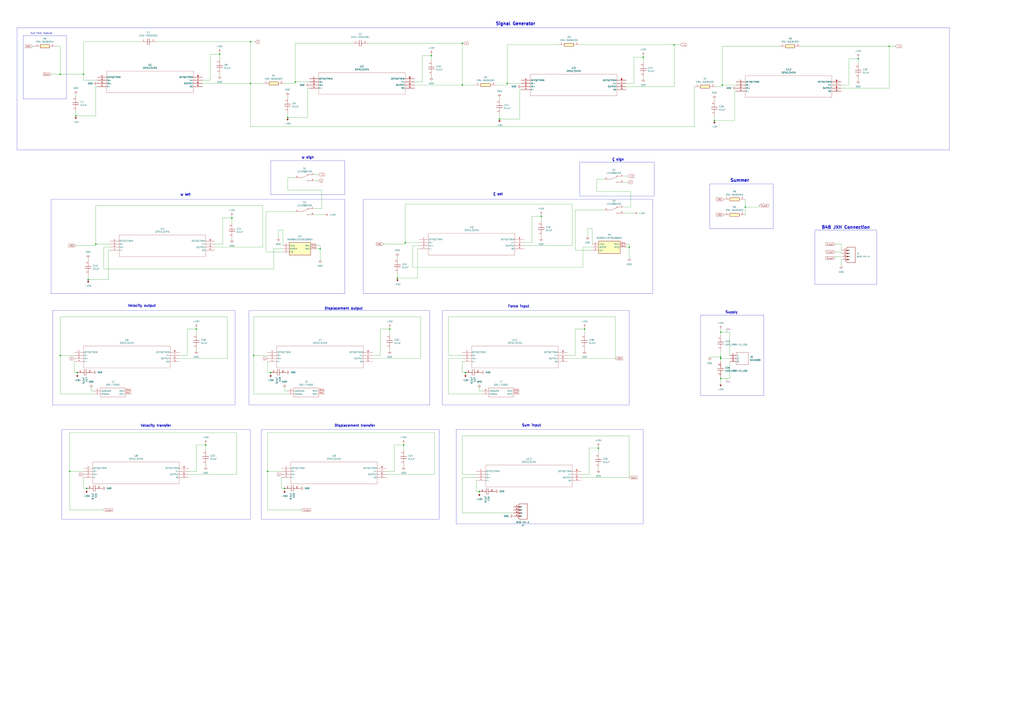
<source format=kicad_sch>
(kicad_sch (version 20250114) (generator "eeschema") (generator_version "9.0")
  (paper "A1")
  (title_block (title "Primary Oscillation Engine") (rev "3"))
  (rectangle (start 298.45 163.83) (end 535.94 241.3))
  (rectangle (start 19.05 29.21) (end 54.61 81.28))
  (rectangle (start 43.18 255.27) (end 193.04 332.74))
  (rectangle (start 582.93 151.13) (end 635 187.96))
  (rectangle (start 374.65 353.06) (end 528.32 430.53))
  (rectangle (start 476.25 133.35) (end 537.21 161.29))
  (rectangle (start 204.47 255.27) (end 353.06 332.74))
  (rectangle (start 669.29 189.23) (end 720.09 233.68))
  (rectangle (start 50.8 353.06) (end 205.74 426.72))
  (rectangle (start 13.97 22.86) (end 779.78 123.19))
  (rectangle (start 214.63 353.06) (end 360.68 426.72))
  (rectangle (start 41.91 163.83) (end 283.21 241.3))
  (rectangle (start 222.25 132.08) (end 283.21 160.02))
  (rectangle (start 575.31 259.08) (end 627.38 325.12))
  (rectangle (start 363.22 255.27) (end 516.89 332.74))
  (text "ω sign" (at 247.65 130.556 0) (effects (font (size 2 2) (thickness 0.4) (bold yes)) (justify left bottom)))
  (text "Supply" (at 595.63 257.81 0) (effects (font (size 2 2) (thickness 0.4) (bold yes)) (justify left bottom)))
  (text "ζ sign\n" (at 502.666 132.334 0) (effects (font (size 2 2) (thickness 0.4) (bold yes)) (justify left bottom)))
  (text "Sum input" (at 428.498 350.774 0) (effects (font (size 2 2) (thickness 0.4) (bold yes)) (justify left bottom)))
  (text "Sum from modular" (at 34.036 27.432 0) (effects (font (size 1.27 1.27))))
  (text "Signal Generator\n" (at 423.418 19.558 0) (effects (font (size 2.54 2.54) (thickness 0.508) (bold yes))))
  (text "Velocity output" (at 104.902 252.476 0) (effects (font (size 2 2) (thickness 0.4) (bold yes)) (justify left bottom)))
  (text "Force input" (at 417.068 252.984 0) (effects (font (size 2 2) (thickness 0.4) (bold yes)) (justify left bottom)))
  (text "ω set" (at 148.082 161.036 0) (effects (font (size 2 2) (thickness 0.4) (bold yes)) (justify left bottom)))
  (text "Summer\n" (at 607.568 148.336 0) (effects (font (size 2.54 2.54) (thickness 0.508) (bold yes))))
  (text "Velocity transfer\n" (at 115.316 351.028 0) (effects (font (size 2 2) (thickness 0.4) (bold yes)) (justify left bottom)))
  (text "Displacement output" (at 266.446 254.762 0) (effects (font (size 2 2) (thickness 0.4) (bold yes)) (justify left bottom)))
  (text "ζ set" (at 404.876 160.782 0) (effects (font (size 2 2) (thickness 0.4) (bold yes)) (justify left bottom)))
  (text "Displacement transfer\n" (at 274.574 351.028 0) (effects (font (size 2 2) (thickness 0.4) (bold yes)) (justify left bottom)))
  (text "B4B JXH Connection" (at 694.69 186.944 0) (effects (font (size 2.54 2.54) (thickness 0.508) (bold yes))))
  (junction (at 379.73 35.56))
  (junction (at 219.71 387.35))
  (junction (at 320.04 270.51))
  (junction (at 382.27 306.07))
  (junction (at 416.56 68.58))
  (junction (at 72.39 229.87))
  (junction (at 491.49 368.3))
  (junction (at 63.5 306.07))
  (junction (at 168.91 365.76))
  (junction (at 444.5 177.8))
  (junction (at 68.58 60.96))
  (junction (at 586.74 99.06))
  (junction (at 205.74 68.58))
  (junction (at 354.33 45.72))
  (junction (at 190.5 179.07))
  (junction (at 730.25 38.1))
  (junction (at 612.14 170.18))
  (junction (at 480.06 270.51))
  (junction (at 591.82 273.05))
  (junction (at 331.47 365.76))
  (junction (at 704.85 48.26))
  (junction (at 393.7 403.86))
  (junction (at 236.22 96.52))
  (junction (at 593.09 69.85))
  (junction (at 410.21 97.79))
  (junction (at 222.25 306.07))
  (junction (at 591.82 294.64))
  (junction (at 242.57 67.31))
  (junction (at 208.28 292.1))
  (junction (at 326.39 228.6))
  (junction (at 49.53 292.1))
  (junction (at 553.72 36.83))
  (junction (at 516.89 203.2))
  (junction (at 205.74 34.29))
  (junction (at 62.23 95.25))
  (junction (at 180.34 44.45))
  (junction (at 49.53 60.96))
  (junction (at 233.68 401.32))
  (junction (at 528.32 46.99))
  (junction (at 78.74 200.66))
  (junction (at 591.82 293.37))
  (junction (at 57.15 387.35))
  (junction (at 379.73 69.85))
  (junction (at 71.12 401.32))
  (junction (at 161.29 270.51))
  (junction (at 332.74 199.39))
  (junction (at 591.82 311.15))
  (junction (at 262.89 204.47))
  (wire (pts (xy 68.58 392.43) (xy 68.58 401.32)))
  (wire (pts (xy 312.42 292.1) (xy 312.42 270.51)))
  (wire (pts (xy 591.82 309.88) (xy 591.82 311.15)))
  (wire (pts (xy 222.25 306.07) (xy 222.25 307.34)))
  (wire (pts (xy 593.09 71.12) (xy 593.09 69.85)))
  (wire (pts (xy 593.09 38.1) (xy 593.09 69.85)))
  (wire (pts (xy 379.73 389.89) (xy 391.16 389.89)))
  (wire (pts (xy 182.88 179.07) (xy 190.5 179.07)))
  (wire (pts (xy 472.44 270.51) (xy 480.06 270.51)))
  (wire (pts (xy 514.35 203.2) (xy 516.89 203.2)))
  (wire (pts (xy 603.25 74.93) (xy 604.52 74.93)))
  (wire (pts (xy 161.29 269.24) (xy 161.29 270.51)))
  (wire (pts (xy 436.88 199.39) (xy 436.88 177.8)))
  (wire (pts (xy 591.82 288.29) (xy 591.82 293.37)))
  (wire (pts (xy 78.74 201.93) (xy 78.74 200.66)))
  (wire (pts (xy 391.16 394.97) (xy 391.16 403.86)))
  (wire (pts (xy 490.22 157.48) (xy 490.22 147.32)))
  (wire (pts (xy 490.22 147.32) (xy 496.57 147.32)))
  (wire (pts (xy 599.44 297.18) (xy 599.44 311.15)))
  (wire (pts (xy 514.35 200.66) (xy 516.89 200.66)))
  (wire (pts (xy 218.44 173.99) (xy 242.57 173.99)))
  (wire (pts (xy 528.32 63.5) (xy 528.32 64.77)))
  (wire (pts (xy 331.47 382.27) (xy 331.47 383.54)))
  (wire (pts (xy 153.67 292.1) (xy 153.67 270.51)))
  (wire (pts (xy 190.5 179.07) (xy 190.5 182.88)))
  (wire (pts (xy 393.7 321.31) (xy 396.24 321.31)))
  (wire (pts (xy 346.71 67.31) (xy 340.36 67.31)))
  (wire (pts (xy 62.23 95.25) (xy 78.74 95.25)))
  (wire (pts (xy 491.49 384.81) (xy 491.49 386.08)))
  (wire (pts (xy 379.73 392.43) (xy 391.16 392.43)))
  (wire (pts (xy 354.33 44.45) (xy 354.33 45.72)))
  (wire (pts (xy 426.72 73.66) (xy 427.99 73.66)))
  (wire (pts (xy 264.16 156.21) (xy 236.22 156.21)))
  (wire (pts (xy 553.72 36.83) (xy 558.8 36.83)))
  (wire (pts (xy 168.91 364.49) (xy 168.91 365.76)))
  (wire (pts (xy 78.74 168.91) (xy 78.74 200.66)))
  (wire (pts (xy 586.74 95.25) (xy 586.74 99.06)))
  (wire (pts (xy 68.58 60.96) (xy 68.58 66.04)))
  (wire (pts (xy 161.29 387.35) (xy 161.29 365.76)))
  (wire (pts (xy 49.53 60.96) (xy 68.58 60.96)))
  (wire (pts (xy 190.5 195.58) (xy 190.5 196.85)))
  (wire (pts (xy 379.73 358.14) (xy 379.73 389.89)))
  (wire (pts (xy 393.7 318.77) (xy 393.7 321.31)))
  (wire (pts (xy 416.56 68.58) (xy 427.99 68.58)))
  (wire (pts (xy 182.88 200.66) (xy 182.88 179.07)))
  (wire (pts (xy 49.53 260.35) (xy 186.69 260.35)))
  (wire (pts (xy 312.42 292.1) (xy 306.07 292.1)))
  (wire (pts (xy 257.81 143.51) (xy 261.62 143.51)))
  (wire (pts (xy 368.3 323.85) (xy 396.24 323.85)))
  (wire (pts (xy 172.72 66.04) (xy 166.37 66.04)))
  (wire (pts (xy 236.22 156.21) (xy 236.22 146.05)))
  (wire (pts (xy 480.06 270.51) (xy 480.06 274.32)))
  (wire (pts (xy 339.09 201.93) (xy 344.17 201.93)))
  (wire (pts (xy 88.9 205.74) (xy 88.9 229.87)))
  (wire (pts (xy 368.3 260.35) (xy 505.46 260.35)))
  (wire (pts (xy 49.53 323.85) (xy 77.47 323.85)))
  (wire (pts (xy 528.32 46.99) (xy 528.32 50.8)))
  (wire (pts (xy 511.81 144.78) (xy 515.62 144.78)))
  (wire (pts (xy 472.44 292.1) (xy 472.44 270.51)))
  (wire (pts (xy 205.74 68.58) (xy 166.37 68.58)))
  (wire (pts (xy 730.25 72.39) (xy 690.88 72.39)))
  (wire (pts (xy 215.9 168.91) (xy 215.9 203.2)))
  (wire (pts (xy 346.71 45.72) (xy 354.33 45.72)))
  (wire (pts (xy 356.87 389.89) (xy 317.5 389.89)))
  (wire (pts (xy 603.25 74.93) (xy 603.25 99.06)))
  (wire (pts (xy 208.28 292.1) (xy 208.28 323.85)))
  (wire (pts (xy 505.46 260.35) (xy 505.46 294.64)))
  (wire (pts (xy 236.22 92.71) (xy 236.22 96.52)))
  (wire (pts (xy 78.74 200.66) (xy 90.17 200.66)))
  (wire (pts (xy 516.89 200.66) (xy 516.89 203.2)))
  (wire (pts (xy 72.39 226.06) (xy 72.39 229.87)))
  (wire (pts (xy 612.14 170.18) (xy 623.57 170.18)))
  (wire (pts (xy 49.53 260.35) (xy 49.53 292.1)))
  (wire (pts (xy 407.67 69.85) (xy 416.56 69.85)))
  (wire (pts (xy 194.31 389.89) (xy 154.94 389.89)))
  (wire (pts (xy 511.81 149.86) (xy 515.62 149.86)))
  (wire (pts (xy 486.41 205.74) (xy 472.44 205.74)))
  (wire (pts (xy 219.71 355.6) (xy 356.87 355.6)))
  (wire (pts (xy 393.7 403.86) (xy 393.7 405.13)))
  (wire (pts (xy 78.74 71.12) (xy 78.74 95.25)))
  (wire (pts (xy 591.82 311.15) (xy 591.82 314.96)))
  (wire (pts (xy 593.09 69.85) (xy 604.52 69.85)))
  (wire (pts (xy 323.85 365.76) (xy 331.47 365.76)))
  (wire (pts (xy 88.9 205.74) (xy 90.17 205.74)))
  (wire (pts (xy 379.73 35.56) (xy 379.73 69.85)))
  (wire (pts (xy 219.71 387.35) (xy 231.14 387.35)))
  (wire (pts (xy 623.57 168.91) (xy 623.57 170.18)))
  (wire (pts (xy 314.96 200.66) (xy 332.74 200.66)))
  (wire (pts (xy 657.86 38.1) (xy 730.25 38.1)))
  (wire (pts (xy 444.5 194.31) (xy 444.5 195.58)))
  (wire (pts (xy 153.67 292.1) (xy 147.32 292.1)))
  (wire (pts (xy 342.9 204.47) (xy 342.9 228.6)))
  (wire (pts (xy 354.33 62.23) (xy 354.33 63.5)))
  (wire (pts (xy 345.44 294.64) (xy 306.07 294.64)))
  (wire (pts (xy 612.14 170.18) (xy 612.14 176.53)))
  (wire (pts (xy 410.21 80.01) (xy 410.21 81.28)))
  (wire (pts (xy 219.71 387.35) (xy 219.71 419.1)))
  (wire (pts (xy 368.3 323.85) (xy 368.3 294.64)))
  (wire (pts (xy 588.01 71.12) (xy 593.09 71.12)))
  (wire (pts (xy 331.47 364.49) (xy 331.47 365.76)))
  (wire (pts (xy 520.7 68.58) (xy 520.7 46.99)))
  (wire (pts (xy 68.58 60.96) (xy 68.58 34.29)))
  (wire (pts (xy 242.57 35.56) (xy 289.56 35.56)))
  (wire (pts (xy 161.29 387.35) (xy 154.94 387.35)))
  (wire (pts (xy 483.87 368.3) (xy 491.49 368.3)))
  (wire (pts (xy 518.16 157.48) (xy 518.16 170.18)))
  (wire (pts (xy 262.89 204.47) (xy 262.89 213.36)))
  (wire (pts (xy 224.79 204.47) (xy 232.41 204.47)))
  (wire (pts (xy 224.79 204.47) (xy 224.79 220.98)))
  (wire (pts (xy 582.93 293.37) (xy 591.82 293.37)))
  (wire (pts (xy 208.28 260.35) (xy 208.28 292.1)))
  (wire (pts (xy 331.47 365.76) (xy 331.47 369.57)))
  (wire (pts (xy 168.91 382.27) (xy 168.91 383.54)))
  (wire (pts (xy 62.23 91.44) (xy 62.23 95.25)))
  (wire (pts (xy 208.28 260.35) (xy 345.44 260.35)))
  (wire (pts (xy 326.39 228.6) (xy 342.9 228.6)))
  (wire (pts (xy 436.88 177.8) (xy 444.5 177.8)))
  (wire (pts (xy 393.7 403.86) (xy 391.16 403.86)))
  (wire (pts (xy 264.16 171.45) (xy 264.16 156.21)))
  (wire (pts (xy 219.71 355.6) (xy 219.71 387.35)))
  (wire (pts (xy 354.33 45.72) (xy 354.33 49.53)))
  (wire (pts (xy 505.46 294.64) (xy 466.09 294.64)))
  (wire (pts (xy 483.87 389.89) (xy 483.87 368.3)))
  (wire (pts (xy 57.15 387.35) (xy 57.15 419.1)))
  (wire (pts (xy 78.74 71.12) (xy 80.01 71.12)))
  (wire (pts (xy 410.21 93.98) (xy 410.21 97.79)))
  (wire (pts (xy 153.67 270.51) (xy 161.29 270.51)))
  (wire (pts (xy 416.56 36.83) (xy 416.56 68.58)))
  (wire (pts (xy 570.23 71.12) (xy 570.23 104.14)))
  (wire (pts (xy 190.5 177.8) (xy 190.5 179.07)))
  (wire (pts (xy 233.68 401.32) (xy 231.14 401.32)))
  (wire (pts (xy 416.56 36.83) (xy 458.47 36.83)))
  (wire (pts (xy 215.9 203.2) (xy 176.53 203.2)))
  (wire (pts (xy 480.06 287.02) (xy 480.06 288.29)))
  (wire (pts (xy 260.35 201.93) (xy 262.89 201.93)))
  (wire (pts (xy 382.27 306.07) (xy 382.27 307.34)))
  (wire (pts (xy 690.88 207.01) (xy 690.88 208.28)))
  (wire (pts (xy 511.81 175.26) (xy 520.7 175.26)))
  (wire (pts (xy 586.74 81.28) (xy 586.74 82.55)))
  (wire (pts (xy 57.15 387.35) (xy 68.58 387.35)))
  (wire (pts (xy 233.68 321.31) (xy 236.22 321.31)))
  (wire (pts (xy 205.74 104.14) (xy 570.23 104.14)))
  (wire (pts (xy 49.53 38.1) (xy 49.53 60.96)))
  (wire (pts (xy 368.3 292.1) (xy 379.73 292.1)))
  (wire (pts (xy 685.8 210.82) (xy 690.88 210.82)))
  (wire (pts (xy 553.72 71.12) (xy 514.35 71.12)))
  (wire (pts (xy 704.85 64.77) (xy 704.85 66.04)))
  (wire (pts (xy 63.5 306.07) (xy 60.96 306.07)))
  (wire (pts (xy 242.57 67.31) (xy 254 67.31)))
  (wire (pts (xy 57.15 355.6) (xy 57.15 387.35)))
  (wire (pts (xy 730.25 38.1) (xy 730.25 72.39)))
  (wire (pts (xy 469.9 201.93) (xy 430.53 201.93)))
  (wire (pts (xy 444.5 177.8) (xy 444.5 181.61)))
  (wire (pts (xy 326.39 210.82) (xy 326.39 212.09)))
  (wire (pts (xy 444.5 176.53) (xy 444.5 177.8)))
  (wire (pts (xy 85.09 220.98) (xy 85.09 203.2)))
  (wire (pts (xy 480.06 269.24) (xy 480.06 270.51)))
  (wire (pts (xy 186.69 294.64) (xy 147.32 294.64)))
  (wire (pts (xy 222.25 306.07) (xy 219.71 306.07)))
  (wire (pts (xy 599.44 292.1) (xy 599.44 273.05)))
  (wire (pts (xy 332.74 167.64) (xy 332.74 199.39)))
  (wire (pts (xy 516.89 358.14) (xy 516.89 392.43)))
  (wire (pts (xy 690.88 200.66) (xy 690.88 205.74)))
  (wire (pts (xy 208.28 323.85) (xy 236.22 323.85)))
  (wire (pts (xy 257.81 176.53) (xy 266.7 176.53)))
  (wire (pts (xy 71.12 401.32) (xy 68.58 401.32)))
  (wire (pts (xy 690.88 218.44) (xy 690.88 213.36)))
  (wire (pts (xy 511.81 170.18) (xy 518.16 170.18)))
  (wire (pts (xy 71.12 401.32) (xy 71.12 402.59)))
  (wire (pts (xy 161.29 270.51) (xy 161.29 274.32)))
  (wire (pts (xy 478.79 219.71) (xy 339.09 219.71)))
  (wire (pts (xy 476.25 36.83) (xy 553.72 36.83)))
  (wire (pts (xy 591.82 273.05) (xy 591.82 275.59)))
  (wire (pts (xy 231.14 392.43) (xy 231.14 401.32)))
  (wire (pts (xy 128.27 34.29) (xy 205.74 34.29)))
  (wire (pts (xy 219.71 297.18) (xy 219.71 306.07)))
  (wire (pts (xy 491.49 367.03) (xy 491.49 368.3)))
  (wire (pts (xy 426.72 73.66) (xy 426.72 97.79)))
  (wire (pts (xy 320.04 270.51) (xy 320.04 274.32)))
  (wire (pts (xy 180.34 43.18) (xy 180.34 44.45)))
  (wire (pts (xy 232.41 189.23) (xy 232.41 201.93)))
  (wire (pts (xy 236.22 78.74) (xy 236.22 80.01)))
  (wire (pts (xy 186.69 260.35) (xy 186.69 294.64)))
  (wire (pts (xy 45.72 38.1) (xy 49.53 38.1)))
  (wire (pts (xy 697.23 69.85) (xy 697.23 48.26)))
  (wire (pts (xy 49.53 292.1) (xy 49.53 323.85)))
  (wire (pts (xy 68.58 66.04) (xy 80.01 66.04)))
  (wire (pts (xy 332.74 200.66) (xy 332.74 199.39)))
  (wire (pts (xy 27.94 38.1) (xy 26.67 38.1)))
  (wire (pts (xy 72.39 229.87) (xy 88.9 229.87)))
  (wire (pts (xy 180.34 60.96) (xy 180.34 62.23)))
  (wire (pts (xy 553.72 36.83) (xy 553.72 71.12)))
  (wire (pts (xy 685.8 212.09) (xy 685.8 210.82)))
  (wire (pts (xy 483.87 389.89) (xy 477.52 389.89)))
  (wire (pts (xy 74.93 318.77) (xy 74.93 321.31)))
  (wire (pts (xy 704.85 48.26) (xy 704.85 52.07)))
  (wire (pts (xy 62.23 201.93) (xy 78.74 201.93)))
  (wire (pts (xy 528.32 45.72) (xy 528.32 46.99)))
  (wire (pts (xy 161.29 287.02) (xy 161.29 288.29)))
  (wire (pts (xy 262.89 201.93) (xy 262.89 204.47)))
  (wire (pts (xy 356.87 355.6) (xy 356.87 389.89)))
  (wire (pts (xy 312.42 270.51) (xy 320.04 270.51)))
  (wire (pts (xy 697.23 48.26) (xy 704.85 48.26)))
  (wire (pts (xy 518.16 157.48) (xy 490.22 157.48)))
  (wire (pts (xy 63.5 306.07) (xy 63.5 307.34)))
  (wire (pts (xy 320.04 269.24) (xy 320.04 270.51)))
  (wire (pts (xy 242.57 35.56) (xy 242.57 67.31)))
  (wire (pts (xy 339.09 219.71) (xy 339.09 201.93)))
  (wire (pts (xy 320.04 287.02) (xy 320.04 288.29)))
  (wire (pts (xy 72.39 212.09) (xy 72.39 213.36)))
  (wire (pts (xy 323.85 387.35) (xy 323.85 365.76)))
  (wire (pts (xy 233.68 401.32) (xy 233.68 402.59)))
  (wire (pts (xy 520.7 46.99) (xy 528.32 46.99)))
  (wire (pts (xy 252.73 72.39) (xy 254 72.39)))
  (wire (pts (xy 78.74 168.91) (xy 215.9 168.91)))
  (wire (pts (xy 368.3 294.64) (xy 379.73 294.64)))
  (wire (pts (xy 205.74 68.58) (xy 205.74 104.14)))
  (wire (pts (xy 593.09 38.1) (xy 640.08 38.1)))
  (wire (pts (xy 161.29 365.76) (xy 168.91 365.76)))
  (wire (pts (xy 379.73 358.14) (xy 516.89 358.14)))
  (wire (pts (xy 520.7 68.58) (xy 514.35 68.58)))
  (wire (pts (xy 302.26 35.56) (xy 379.73 35.56)))
  (wire (pts (xy 491.49 368.3) (xy 491.49 372.11)))
  (wire (pts (xy 416.56 69.85) (xy 416.56 68.58)))
  (wire (pts (xy 236.22 96.52) (xy 252.73 96.52)))
  (wire (pts (xy 368.3 260.35) (xy 368.3 292.1)))
  (wire (pts (xy 482.6 187.96) (xy 482.6 194.31)))
  (wire (pts (xy 172.72 66.04) (xy 172.72 44.45)))
  (wire (pts (xy 326.39 224.79) (xy 326.39 228.6)))
  (wire (pts (xy 478.79 203.2) (xy 486.41 203.2)))
  (wire (pts (xy 599.44 294.64) (xy 591.82 294.64)))
  (wire (pts (xy 379.73 421.64) (xy 421.64 421.64)))
  (wire (pts (xy 49.53 292.1) (xy 60.96 292.1)))
  (wire (pts (xy 224.79 220.98) (xy 85.09 220.98)))
  (wire (pts (xy 323.85 387.35) (xy 317.5 387.35)))
  (wire (pts (xy 379.73 421.64) (xy 379.73 392.43)))
  (wire (pts (xy 233.68 318.77) (xy 233.68 321.31)))
  (wire (pts (xy 516.89 392.43) (xy 477.52 392.43)))
  (wire (pts (xy 591.82 294.64) (xy 591.82 297.18)))
  (wire (pts (xy 252.73 72.39) (xy 252.73 96.52)))
  (wire (pts (xy 228.6 189.23) (xy 228.6 195.58)))
  (wire (pts (xy 332.74 167.64) (xy 469.9 167.64)))
  (wire (pts (xy 516.89 203.2) (xy 516.89 212.09)))
  (wire (pts (xy 257.81 148.59) (xy 261.62 148.59)))
  (wire (pts (xy 41.91 60.96) (xy 49.53 60.96)))
  (wire (pts (xy 342.9 204.47) (xy 344.17 204.47)))
  (wire (pts (xy 233.68 68.58) (xy 242.57 68.58)))
  (wire (pts (xy 436.88 199.39) (xy 430.53 199.39)))
  (wire (pts (xy 379.73 69.85) (xy 389.89 69.85)))
  (wire (pts (xy 599.44 273.05) (xy 591.82 273.05)))
  (wire (pts (xy 194.31 355.6) (xy 194.31 389.89)))
  (wire (pts (xy 218.44 207.01) (xy 218.44 173.99)))
  (wire (pts (xy 697.23 69.85) (xy 690.88 69.85)))
  (wire (pts (xy 57.15 419.1) (xy 85.09 419.1)))
  (wire (pts (xy 242.57 68.58) (xy 242.57 67.31)))
  (wire (pts (xy 60.96 297.18) (xy 60.96 306.07)))
  (wire (pts (xy 482.6 187.96) (xy 486.41 187.96)))
  (wire (pts (xy 205.74 68.58) (xy 215.9 68.58)))
  (wire (pts (xy 205.74 34.29) (xy 205.74 68.58)))
  (wire (pts (xy 685.8 207.01) (xy 690.88 207.01)))
  (wire (pts (xy 85.09 203.2) (xy 90.17 203.2)))
  (wire (pts (xy 57.15 355.6) (xy 194.31 355.6)))
  (wire (pts (xy 208.28 292.1) (xy 219.71 292.1)))
  (wire (pts (xy 379.73 69.85) (xy 340.36 69.85)))
  (wire (pts (xy 478.79 203.2) (xy 478.79 219.71)))
  (wire (pts (xy 219.71 419.1) (xy 247.65 419.1)))
  (wire (pts (xy 410.21 97.79) (xy 426.72 97.79)))
  (wire (pts (xy 591.82 270.51) (xy 591.82 273.05)))
  (wire (pts (xy 472.44 292.1) (xy 466.09 292.1)))
  (wire (pts (xy 472.44 205.74) (xy 472.44 172.72)))
  (wire (pts (xy 382.27 306.07) (xy 379.73 306.07)))
  (wire (pts (xy 379.73 297.18) (xy 379.73 306.07)))
  (wire (pts (xy 168.91 365.76) (xy 168.91 369.57)))
  (wire (pts (xy 260.35 204.47) (xy 262.89 204.47)))
  (wire (pts (xy 68.58 34.29) (xy 115.57 34.29)))
  (wire (pts (xy 612.14 163.83) (xy 612.14 170.18)))
  (wire (pts (xy 345.44 260.35) (xy 345.44 294.64)))
  (wire (pts (xy 205.74 34.29) (xy 209.55 34.29)))
  (wire (pts (xy 332.74 199.39) (xy 344.17 199.39)))
  (wire (pts (xy 586.74 99.06) (xy 603.25 99.06)))
  (wire (pts (xy 172.72 44.45) (xy 180.34 44.45)))
  (wire (pts (xy 232.41 207.01) (xy 218.44 207.01)))
  (wire (pts (xy 180.34 44.45) (xy 180.34 48.26)))
  (wire (pts (xy 591.82 293.37) (xy 591.82 294.64)))
  (wire (pts (xy 730.25 38.1) (xy 735.33 38.1)))
  (wire (pts (xy 182.88 200.66) (xy 176.53 200.66)))
  (wire (pts (xy 685.8 200.66) (xy 690.88 200.66)))
  (wire (pts (xy 228.6 189.23) (xy 232.41 189.23)))
  (wire (pts (xy 74.93 321.31) (xy 77.47 321.31)))
  (wire (pts (xy 472.44 172.72) (xy 496.57 172.72)))
  (wire (pts (xy 236.22 146.05) (xy 242.57 146.05)))
  (wire (pts (xy 379.73 35.56) (xy 381 35.56)))
  (wire (pts (xy 62.23 77.47) (xy 62.23 78.74)))
  (wire (pts (xy 599.44 311.15) (xy 591.82 311.15)))
  (wire (pts (xy 346.71 67.31) (xy 346.71 45.72)))
  (wire (pts (xy 257.81 171.45) (xy 264.16 171.45)))
  (wire (pts (xy 469.9 167.64) (xy 469.9 201.93)))
  (wire (pts (xy 486.41 187.96) (xy 486.41 200.66)))
  (wire (pts (xy 704.85 46.99) (xy 704.85 48.26)))
  (global_label "V" (shape input) (at 515.62 149.86 0) (property "Intersheetrefs" "${INTERSHEET_REFS}" (effects (hide yes))))
  (global_label "-x" (shape input) (at 558.8 36.83 0) (property "Intersheetrefs" "${INTERSHEET_REFS}" (effects (hide yes))))
  (global_label "V" (shape input) (at 60.96 294.64 180) (property "Intersheetrefs" "${INTERSHEET_REFS}" (effects (hide yes))))
  (global_label "VR4" (shape input) (at 26.67 38.1 180) (property "Intersheetrefs" "${INTERSHEET_REFS}" (effects (hide yes))))
  (global_label "X_out" (shape input) (at 247.65 419.1 0) (property "Intersheetrefs" "${INTERSHEET_REFS}" (effects (hide yes))))
  (global_label "-V" (shape input) (at 735.33 38.1 0) (property "Intersheetrefs" "${INTERSHEET_REFS}" (effects (hide yes))))
  (global_label "x" (shape input) (at 231.14 389.89 180) (property "Intersheetrefs" "${INTERSHEET_REFS}" (effects (hide yes))))
  (global_label "VR2" (shape input) (at 594.36 176.53 180) (property "Intersheetrefs" "${INTERSHEET_REFS}" (effects (hide yes))))
  (global_label "V" (shape input) (at 68.58 389.89 180) (property "Intersheetrefs" "${INTERSHEET_REFS}" (effects (hide yes))))
  (global_label "x" (shape input) (at 381 35.56 0) (property "Intersheetrefs" "${INTERSHEET_REFS}" (effects (hide yes))))
  (global_label "x" (shape input) (at 219.71 294.64 180) (property "Intersheetrefs" "${INTERSHEET_REFS}" (effects (hide yes))))
  (global_label "V_out" (shape input) (at 685.8 207.01 180) (property "Intersheetrefs" "${INTERSHEET_REFS}" (effects (hide yes))))
  (global_label "VR1" (shape input) (at 314.96 200.66 180) (property "Intersheetrefs" "${INTERSHEET_REFS}" (effects (hide yes))))
  (global_label "S_out" (shape input) (at 685.8 212.09 180) (property "Intersheetrefs" "${INTERSHEET_REFS}" (effects (hide yes))))
  (global_label "VR4" (shape input) (at 505.46 294.64 0) (property "Intersheetrefs" "${INTERSHEET_REFS}" (effects (hide yes))))
  (global_label "Sum" (shape input) (at 516.89 392.43 0) (property "Intersheetrefs" "${INTERSHEET_REFS}" (effects (hide yes))))
  (global_label "X_out" (shape input) (at 685.8 200.66 180) (property "Intersheetrefs" "${INTERSHEET_REFS}" (effects (hide yes))))
  (global_label "-x" (shape input) (at 261.62 143.51 0) (property "Intersheetrefs" "${INTERSHEET_REFS}" (effects (hide yes))))
  (global_label "Sum" (shape input) (at 41.91 60.96 180) (property "Intersheetrefs" "${INTERSHEET_REFS}" (effects (hide yes))))
  (global_label "x" (shape input) (at 261.62 148.59 0) (property "Intersheetrefs" "${INTERSHEET_REFS}" (effects (hide yes))))
  (global_label "VR1" (shape input) (at 594.36 163.83 180) (property "Intersheetrefs" "${INTERSHEET_REFS}" (effects (hide yes))))
  (global_label "V_out" (shape input) (at 85.09 419.1 0) (property "Intersheetrefs" "${INTERSHEET_REFS}" (effects (hide yes))))
  (global_label "S_out" (shape input) (at 623.57 168.91 0) (property "Intersheetrefs" "${INTERSHEET_REFS}" (effects (hide yes))))
  (global_label "-V" (shape input) (at 515.62 144.78 0) (property "Intersheetrefs" "${INTERSHEET_REFS}" (effects (hide yes))))
  (global_label "V" (shape input) (at 209.55 34.29 0) (property "Intersheetrefs" "${INTERSHEET_REFS}" (effects (hide yes))))
  (global_label "VR2" (shape input) (at 62.23 201.93 180) (property "Intersheetrefs" "${INTERSHEET_REFS}" (effects (hide yes))))
  (netclass_flag "" (length 2.54) (shape round) (at 596.9 273.05 0) (property "Netclass" "V+" (at 597.5985 270.51 0) (effects (font (italic yes)) (justify left))))
  (netclass_flag "" (length 2.54) (shape round) (at 596.9 311.15 180) (property "Netclass" "V-" (at 597.5985 313.69 0) (effects (font (italic yes)) (justify left))))
  (symbol (lib_id "power:GND") (at 491.49 386.08 0) (unit 1)
    (property "Reference" "#PWR074" (effects (hide yes)))
    (property "Value" "GND" (at 491.49 391.16 0))
  )
  (symbol (lib_id "LC1258EENP:LC1258EENP") (at 504.19 147.32 0) (unit 1)
    (property "Reference" "S4" (at 504.19 139.7 0))
    (property "Value" "LC1258EENP" (at 504.19 142.24 0))
    (property "Footprint" "LC1258EENP:SW_LC1258EENP" (effects (hide yes)))
    (property "PARTREV" "C" (effects (hide yes)))
    (property "SNAPEDA_PN" "LC1258EENP" (effects (hide yes)))
    (property "STANDARD" "Manufacturer Recommendations" (effects (hide yes)))
    (property "MAXIMUM_PACKAGE_HEIGHT" "8.3 mm" (effects (hide yes)))
    (property "MANUFACTURER" "E-Switch" (effects (hide yes)))
  )
  (symbol (lib_id "power:GND") (at 406.4 403.86 90) (unit 1)
    (property "Reference" "#PWR073" (effects (hide yes)))
    (property "Value" "GND" (at 410.21 403.8599 90) (effects (justify right)))
  )
  (symbol (lib_id "power:+15V") (at 266.7 176.53 270) (unit 1)
    (property "Reference" "#PWR060" (effects (hide yes)))
    (property "Value" "+15V" (at 270.51 176.5299 90) (effects (justify left)))
  )
  (symbol (lib_id "2025-12-18_09-12-02:OPA134PA") (at 80.01 63.5 0) (unit 1)
    (property "Reference" "U1" (at 123.19 53.34 0) (effects (font (size 1.524 1.524))))
    (property "Value" "OPA134PA" (at 123.19 55.88 0) (effects (font (size 1.524 1.524))))
    (property "Footprint" "OPA134:P8" (effects (hide yes)))
    (property "Datasheet" "https://www.ti.com/lit/gpn/opa134" (effects (hide yes)))
  )
  (symbol (lib_id "power:+15V") (at 168.91 364.49 0) (unit 1)
    (property "Reference" "#PWR015" (effects (hide yes)))
    (property "Value" "+15V" (at 168.91 359.41 0))
  )
  (symbol (lib_id "ERA-3AEB104V:ERA-3AEB104V") (at 27.94 38.1 0) (unit 1)
    (property "Reference" "R6" (at 36.83 31.75 0))
    (property "Value" "ERA-3AEB104V" (at 36.83 34.29 0))
    (property "Footprint" "ERA-3AEB:ERA3AEB101V" (effects (hide yes)))
    (property "Datasheet" "https://industrial.panasonic.com/cdbs/www-data/pdf/RDM0000/AOA0000C307.pdf" (effects (hide yes)))
    (property "Description" "Thin Film Resistors - SMD 0603 1/10W 100Kohms" (effects (hide yes)))
    (property "Height" "0.55" (effects (hide yes)))
    (property "Mouser Part Number" "667-ERA-3AEB104V" (effects (hide yes)))
    (property "Mouser Price/Stock" "https://www.mouser.co.uk/ProductDetail/Panasonic/ERA-3AEB104V?qs=1VWA5LkbEarhALy1E%252BGvSA%3D%3D" (effects (hide yes)))
    (property "Manufacturer_Name" "Panasonic" (effects (hide yes)))
    (property "Manufacturer_Part_Number" "ERA-3AEB104V" (effects (hide yes)))
  )
  (symbol (lib_id "2025-12-18_09-12-02:OPA134PA") (at 219.71 289.56 0) (unit 1)
    (property "Reference" "U7" (at 262.89 279.4 0) (effects (font (size 1.524 1.524))))
    (property "Value" "OPA134PA" (at 262.89 281.94 0) (effects (font (size 1.524 1.524))))
    (property "Footprint" "OPA134:P8" (effects (hide yes)))
    (property "Datasheet" "https://www.ti.com/lit/gpn/opa134" (effects (hide yes)))
  )
  (symbol (lib_id "ECW-FD2W105J:ECW-FD2W105J") (at 63.5 306.07 0) (unit 1)
    (property "Reference" "C17" (at 71.1201 309.88 90) (effects (justify right)))
    (property "Value" "0.1uF" (at 68.5801 309.88 90) (effects (justify right)))
    (property "Footprint" "Capacitor_THT:C_Rect_L13.0mm_W6.5mm_P7.50mm_P10.00mm" (effects (hide yes)))
  )
  (symbol (lib_id "power:-15V") (at 591.82 314.96 180) (unit 1)
    (property "Reference" "#PWR058" (effects (hide yes)))
    (property "Value" "-15V" (at 591.82 320.04 0))
  )
  (symbol (lib_id "ECW-FD2W105J:ECW-FD2W105J") (at 320.04 287.02 90) (unit 1)
    (property "Reference" "C20" (at 323.85 279.3999 90) (effects (justify right)))
    (property "Value" "0.1uF" (at 323.85 281.9399 90) (effects (justify right)))
    (property "Footprint" "Capacitor_THT:C_Rect_L13.0mm_W6.5mm_P7.50mm_P10.00mm" (effects (hide yes)))
  )
  (symbol (lib_id "2025-12-18_09-12-02:OPA134PA") (at 60.96 289.56 0) (unit 1)
    (property "Reference" "U6" (at 104.14 279.4 0) (effects (font (size 1.524 1.524))))
    (property "Value" "OPA134PA" (at 104.14 281.94 0) (effects (font (size 1.524 1.524))))
    (property "Footprint" "OPA134:P8" (effects (hide yes)))
    (property "Datasheet" "https://www.ti.com/lit/gpn/opa134" (effects (hide yes)))
  )
  (symbol (lib_id "RK09D113F25C0B504:RK09D113F25C0B504") (at 232.41 201.93 0) (unit 1)
    (property "Reference" "P2" (at 246.38 194.31 0))
    (property "Value" "RK09D113F25C0B504" (at 246.38 196.85 0))
    (property "Footprint" "LIB_RK09D113F25C0B504:RK09D113F25C0B504" (effects (hide yes)))
    (property "Datasheet" "https://www.google.com/url?sa=t&rct=j&q=&esrc=s&source=web&cd=&ved=2ahUKEwjZ4p3nqJP2AhUPHxoKHa9WDbsQFnoECAkQAQ&url=https%3A%2F%2Ftech.alpsalpine.com%2Fprod%2Fe%2Fpdf%2Fpotentiometer%2Frotarypotentiometers%2Frk09k%2Frk09k.pdf&usg=AOvVaw1V8Li5X_BevBLehA-3mp" (effects (hide yes)))
    (property "Height" "25" (effects (hide yes)))
    (property "Mouser Part Number" "688-RK09D113F25-500K" (effects (hide yes)))
    (property "Mouser Price/Stock" "https://www.mouser.co.uk/ProductDetail/Alps-Alpine/RK09D113F25C0B504?qs=7Sb4WzetO8%252B4m0Y%252B8hcNJw%3D%3D" (effects (hide yes)))
    (property "Manufacturer_Name" "ALPS Electric" (effects (hide yes)))
    (property "Manufacturer_Part_Number" "RK09D113F25C0B504" (effects (hide yes)))
  )
  (symbol (lib_id "power:GND") (at 320.04 288.29 0) (unit 1)
    (property "Reference" "#PWR053" (effects (hide yes)))
    (property "Value" "GND" (at 320.04 293.37 0))
  )
  (symbol (lib_id "ECW-FD2W105J:ECW-FD2W105J") (at 444.5 194.31 90) (unit 1)
    (property "Reference" "C16" (at 448.31 186.6899 90) (effects (justify right)))
    (property "Value" "0.1uF" (at 448.31 189.2299 90) (effects (justify right)))
    (property "Footprint" "Capacitor_THT:C_Rect_L13.0mm_W6.5mm_P7.50mm_P10.00mm" (effects (hide yes)))
  )
  (symbol (lib_id "power:GND") (at 528.32 64.77 0) (unit 1)
    (property "Reference" "#PWR049" (effects (hide yes)))
    (property "Value" "GND" (at 528.32 69.85 0))
  )
  (symbol (lib_id "power:-15V") (at 382.27 307.34 180) (unit 1)
    (property "Reference" "#PWR062" (effects (hide yes)))
    (property "Value" "-15V" (at 382.27 312.42 0))
  )
  (symbol (lib_id "power:GND") (at 62.23 77.47 180) (unit 1)
    (property "Reference" "#PWR025" (effects (hide yes)))
    (property "Value" "GND" (at 62.23 72.39 0))
  )
  (symbol (lib_id "power:GND") (at 233.68 318.77 180) (unit 1)
    (property "Reference" "#PWR033" (effects (hide yes)))
    (property "Value" "GND" (at 233.68 313.69 0))
  )
  (symbol (lib_id "power:GND") (at 180.34 62.23 0) (unit 1)
    (property "Reference" "#PWR047" (effects (hide yes)))
    (property "Value" "GND" (at 180.34 67.31 0))
  )
  (symbol (lib_id "ERA-3AEB103V:ERA-3AEB103V") (at 458.47 36.83 0) (unit 1)
    (property "Reference" "R3" (at 467.36 30.48 0))
    (property "Value" "ERA-3AEB103V" (at 467.36 33.02 0))
    (property "Footprint" "ERA-3AEB:ERA3AEB101V" (effects (hide yes)))
    (property "Datasheet" "https://industrial.panasonic.com/cdbs/www-data/pdf/RDM0000/AOA0000C307.pdf" (effects (hide yes)))
    (property "Description" "Thin Film Resistors - SMD 0603 1/10W 10Kohms 0.1% 25ppm" (effects (hide yes)))
    (property "Height" "0.55" (effects (hide yes)))
    (property "Mouser Part Number" "667-ERA-3AEB103V" (effects (hide yes)))
    (property "Mouser Price/Stock" "https://www.mouser.co.uk/ProductDetail/Panasonic/ERA-3AEB103V?qs=1VWA5LkbEaprA2zo9bMIGA%3D%3D" (effects (hide yes)))
    (property "Manufacturer_Name" "Panasonic" (effects (hide yes)))
    (property "Manufacturer_Part_Number" "ERA-3AEB103V" (effects (hide yes)))
  )
  (symbol (lib_id "B4B-XH-A:B4B-XH-A") (at 429.26 419.1 0) (unit 1)
    (property "Reference" "J4" (at 429.26 431.8 0))
    (property "Value" "B4B-XH-A" (at 429.26 429.26 0))
    (property "Footprint" "B4B_XH_A:JST_B4B-XH-A" (effects (hide yes)))
    (property "PARTREV" "7/4/21" (effects (hide yes)))
    (property "STANDARD" "Manufacturer Recommendations" (effects (hide yes)))
    (property "MAXIMUM_PACKAGE_HEIGHT" "7.00 mm" (effects (hide yes)))
    (property "MANUFACTURER" "JST" (effects (hide yes)))
  )
  (symbol (lib_id "LC1258EENP:LC1258EENP") (at 504.19 172.72 0) (unit 1)
    (property "Reference" "S3" (at 504.19 165.1 0))
    (property "Value" "LC1258EENP" (at 504.19 167.64 0))
    (property "Footprint" "LC1258EENP:SW_LC1258EENP" (effects (hide yes)))
    (property "PARTREV" "C" (effects (hide yes)))
    (property "SNAPEDA_PN" "LC1258EENP" (effects (hide yes)))
    (property "STANDARD" "Manufacturer Recommendations" (effects (hide yes)))
    (property "MAXIMUM_PACKAGE_HEIGHT" "8.3 mm" (effects (hide yes)))
    (property "MANUFACTURER" "E-Switch" (effects (hide yes)))
  )
  (symbol (lib_id "ECW-FD2W105J:ECW-FD2W105J") (at 528.32 63.5 90) (unit 1)
    (property "Reference" "C12" (at 532.13 55.8799 90) (effects (justify right)))
    (property "Value" "0.1uF" (at 532.13 58.4199 90) (effects (justify right)))
    (property "Footprint" "Capacitor_THT:C_Rect_L13.0mm_W6.5mm_P7.50mm_P10.00mm" (effects (hide yes)))
  )
  (symbol (lib_id "ECW-FD2W105J:ECW-FD2W105J") (at 71.12 401.32 0) (unit 1)
    (property "Reference" "C21" (at 78.7401 405.13 90) (effects (justify right)))
    (property "Value" "0.1uF" (at 76.2001 405.13 90) (effects (justify right)))
    (property "Footprint" "Capacitor_THT:C_Rect_L13.0mm_W6.5mm_P7.50mm_P10.00mm" (effects (hide yes)))
  )
  (symbol (lib_id "power:GND") (at 516.89 212.09 0) (unit 1)
    (property "Reference" "#PWR065" (effects (hide yes)))
    (property "Value" "GND" (at 516.89 217.17 0))
  )
  (symbol (lib_id "ERA-3AEB103V:ERA-3AEB103V") (at 640.08 38.1 0) (unit 1)
    (property "Reference" "R8" (at 648.97 31.75 0))
    (property "Value" "ERA-3AEB103V" (at 648.97 34.29 0))
    (property "Footprint" "ERA-3AEB:ERA3AEB101V" (effects (hide yes)))
    (property "Datasheet" "https://industrial.panasonic.com/cdbs/www-data/pdf/RDM0000/AOA0000C307.pdf" (effects (hide yes)))
    (property "Description" "Thin Film Resistors - SMD 0603 1/10W 10Kohms 0.1% 25ppm" (effects (hide yes)))
    (property "Height" "0.55" (effects (hide yes)))
    (property "Mouser Part Number" "667-ERA-3AEB103V" (effects (hide yes)))
    (property "Mouser Price/Stock" "https://www.mouser.co.uk/ProductDetail/Panasonic/ERA-3AEB103V?qs=1VWA5LkbEaprA2zo9bMIGA%3D%3D" (effects (hide yes)))
    (property "Manufacturer_Name" "Panasonic" (effects (hide yes)))
    (property "Manufacturer_Part_Number" "ERA-3AEB103V" (effects (hide yes)))
  )
  (symbol (lib_id "power:-15V") (at 586.74 99.06 180) (unit 1)
    (property "Reference" "#PWR069" (effects (hide yes)))
    (property "Value" "-15V" (at 586.74 104.14 0))
  )
  (symbol (lib_id "power:-15V") (at 326.39 228.6 180) (unit 1)
    (property "Reference" "#PWR040" (effects (hide yes)))
    (property "Value" "-15V" (at 326.39 233.68 0))
  )
  (symbol (lib_id "power:+15V") (at 520.7 175.26 270) (unit 1)
    (property "Reference" "#PWR061" (effects (hide yes)))
    (property "Value" "+15V" (at 524.51 175.2599 90) (effects (justify left)))
  )
  (symbol (lib_id "power:GND") (at 704.85 66.04 0) (unit 1)
    (property "Reference" "#PWR070" (effects (hide yes)))
    (property "Value" "GND" (at 704.85 71.12 0))
  )
  (symbol (lib_id "power:+15V") (at 591.82 270.51 0) (unit 1)
    (property "Reference" "#PWR056" (effects (hide yes)))
    (property "Value" "+15V" (at 591.82 265.43 0))
  )
  (symbol (lib_id "power:-15V") (at 410.21 97.79 180) (unit 1)
    (property "Reference" "#PWR038" (effects (hide yes)))
    (property "Value" "-15V" (at 410.21 102.87 0))
  )
  (symbol (lib_name "GND_1") (lib_id "power:GND") (at 604.52 72.39 270) (unit 1)
    (property "Reference" "#PWR04" (effects (hide yes)))
    (property "Value" "GND" (at 600.71 72.3899 90) (effects (justify right)))
    (property "Description" "Power symbol creates a global label with name \"GND\" , ground" (effects (hide yes)))
  )
  (symbol (lib_id "ECW-FD2W105J:ECW-FD2W105J") (at 326.39 224.79 90) (unit 1)
    (property "Reference" "C15" (at 330.2 217.1699 90) (effects (justify right)))
    (property "Value" "0.1uF" (at 330.2 219.7099 90) (effects (justify right)))
    (property "Footprint" "Capacitor_THT:C_Rect_L13.0mm_W6.5mm_P7.50mm_P10.00mm" (effects (hide yes)))
  )
  (symbol (lib_id "ECW-FD2W105J:ECW-FD2W105J") (at 233.68 401.32 0) (unit 1)
    (property "Reference" "C23" (at 241.3001 405.13 90) (effects (justify right)))
    (property "Value" "0.1uF" (at 238.7601 405.13 90) (effects (justify right)))
    (property "Footprint" "Capacitor_THT:C_Rect_L13.0mm_W6.5mm_P7.50mm_P10.00mm" (effects (hide yes)))
  )
  (symbol (lib_id "031-71052:031-71052") (at 396.24 321.31 0) (unit 1)
    (property "Reference" "J7" (at 411.48 313.69 0))
    (property "Value" "031-71052" (at 411.48 316.23 0))
    (property "Footprint" "031-71052:03171052" (effects (hide yes)))
    (property "Datasheet" "https://www.amphenolrf.com/library/download/link/link_id/594157/parent/031-71052/" (effects (hide yes)))
    (property "Description" "BNC Right Angle PCB Jack Through Hole Bulkhead Rear Mount 75 Ohm Isolated" (effects (hide yes)))
    (property "Height" "13.4" (effects (hide yes)))
    (property "Manufacturer_Name" "Amphenol" (effects (hide yes)))
    (property "Manufacturer_Part_Number" "031-71052" (effects (hide yes)))
  )
  (symbol (lib_id "ECW-FD2W105J:ECW-FD2W105J") (at 62.23 91.44 90) (unit 1)
    (property "Reference" "C7" (at 66.04 83.8199 90) (effects (justify right)))
    (property "Value" "0.1uF" (at 66.04 86.3599 90) (effects (justify right)))
    (property "Footprint" "Capacitor_THT:C_Rect_L13.0mm_W6.5mm_P7.50mm_P10.00mm" (effects (hide yes)))
  )
  (symbol (lib_id "ECW-FD2W105J:ECW-FD2W105J") (at 382.27 306.07 0) (unit 1)
    (property "Reference" "C27" (at 389.8901 309.88 90) (effects (justify right)))
    (property "Value" "0.1uF" (at 387.3501 309.88 90) (effects (justify right)))
    (property "Footprint" "Capacitor_THT:C_Rect_L13.0mm_W6.5mm_P7.50mm_P10.00mm" (effects (hide yes)))
  )
  (symbol (lib_id "power:+15V") (at 161.29 269.24 0) (unit 1)
    (property "Reference" "#PWR013" (effects (hide yes)))
    (property "Value" "+15V" (at 161.29 264.16 0))
  )
  (symbol (lib_id "LC1258EENP:LC1258EENP") (at 250.19 146.05 0) (unit 1)
    (property "Reference" "S1" (at 250.19 138.43 0))
    (property "Value" "LC1258EENP" (at 250.19 140.97 0))
    (property "Footprint" "LC1258EENP:SW_LC1258EENP" (effects (hide yes)))
    (property "PARTREV" "C" (effects (hide yes)))
    (property "SNAPEDA_PN" "LC1258EENP" (effects (hide yes)))
    (property "STANDARD" "Manufacturer Recommendations" (effects (hide yes)))
    (property "MAXIMUM_PACKAGE_HEIGHT" "8.3 mm" (effects (hide yes)))
    (property "MANUFACTURER" "E-Switch" (effects (hide yes)))
  )
  (symbol (lib_id "power:+15V") (at 528.32 45.72 0) (unit 1)
    (property "Reference" "#PWR010" (effects (hide yes)))
    (property "Value" "+15V" (at 528.32 40.64 0))
  )
  (symbol (lib_id "power:+15V") (at 444.5 176.53 0) (unit 1)
    (property "Reference" "#PWR012" (effects (hide yes)))
    (property "Value" "+15V" (at 444.5 171.45 0))
  )
  (symbol (lib_id "2025-12-18_09-12-02:OPA134PA") (at 68.58 384.81 0) (unit 1)
    (property "Reference" "U8" (at 111.76 374.65 0) (effects (font (size 1.524 1.524))))
    (property "Value" "OPA134PA" (at 111.76 377.19 0) (effects (font (size 1.524 1.524))))
    (property "Footprint" "OPA134:P8" (effects (hide yes)))
    (property "Datasheet" "https://www.ti.com/lit/gpn/opa134" (effects (hide yes)))
  )
  (symbol (lib_id "ERA-3AEB104V:ERA-3AEB104V") (at 594.36 163.83 0) (unit 1)
    (property "Reference" "R9" (at 603.25 157.48 0))
    (property "Value" "ERA-3AEB104V" (at 603.25 160.02 0))
    (property "Footprint" "ERA-3AEB:ERA3AEB101V" (effects (hide yes)))
    (property "Datasheet" "https://industrial.panasonic.com/cdbs/www-data/pdf/RDM0000/AOA0000C307.pdf" (effects (hide yes)))
    (property "Description" "Thin Film Resistors - SMD 0603 1/10W 100Kohms" (effects (hide yes)))
    (property "Height" "0.55" (effects (hide yes)))
    (property "Mouser Part Number" "667-ERA-3AEB104V" (effects (hide yes)))
    (property "Mouser Price/Stock" "https://www.mouser.co.uk/ProductDetail/Panasonic/ERA-3AEB104V?qs=1VWA5LkbEarhALy1E%252BGvSA%3D%3D" (effects (hide yes)))
    (property "Manufacturer_Name" "Panasonic" (effects (hide yes)))
    (property "Manufacturer_Part_Number" "ERA-3AEB104V" (effects (hide yes)))
  )
  (symbol (lib_id "power:GND") (at 331.47 383.54 0) (unit 1)
    (property "Reference" "#PWR055" (effects (hide yes)))
    (property "Value" "GND" (at 331.47 388.62 0))
  )
  (symbol (lib_id "power:GND") (at 262.89 213.36 0) (unit 1)
    (property "Reference" "#PWR064" (effects (hide yes)))
    (property "Value" "GND" (at 262.89 218.44 0))
  )
  (symbol (lib_name "GND_1") (lib_id "power:GND") (at 427.99 71.12 270) (unit 1)
    (property "Reference" "#PWR03" (effects (hide yes)))
    (property "Value" "GND" (at 424.18 71.1199 90) (effects (justify right)))
    (property "Description" "Power symbol creates a global label with name \"GND\" , ground" (effects (hide yes)))
  )
  (symbol (lib_id "ECW-FD2W105J:ECW-FD2W105J") (at 354.33 62.23 90) (unit 1)
    (property "Reference" "C10" (at 358.14 54.6099 90) (effects (justify right)))
    (property "Value" "0.1uF" (at 358.14 57.1499 90) (effects (justify right)))
    (property "Footprint" "Capacitor_THT:C_Rect_L13.0mm_W6.5mm_P7.50mm_P10.00mm" (effects (hide yes)))
  )
  (symbol (lib_id "2025-12-18_09-12-02:OPA134PA") (at 604.52 67.31 0) (unit 1)
    (property "Reference" "U12" (at 647.7 57.15 0) (effects (font (size 1.524 1.524))))
    (property "Value" "OPA134PA" (at 647.7 59.69 0) (effects (font (size 1.524 1.524))))
    (property "Footprint" "OPA134:P8" (effects (hide yes)))
    (property "Datasheet" "https://www.ti.com/lit/gpn/opa134" (effects (hide yes)))
  )
  (symbol (lib_id "power:+15V") (at 180.34 43.18 0) (unit 1)
    (property "Reference" "#PWR08" (effects (hide yes)))
    (property "Value" "+15V" (at 180.34 38.1 0))
  )
  (symbol (lib_id "power:+15V") (at 354.33 44.45 0) (unit 1)
    (property "Reference" "#PWR09" (effects (hide yes)))
    (property "Value" "+15V" (at 354.33 39.37 0))
  )
  (symbol (lib_id "power:GND") (at 354.33 63.5 0) (unit 1)
    (property "Reference" "#PWR048" (effects (hide yes)))
    (property "Value" "GND" (at 354.33 68.58 0))
  )
  (symbol (lib_id "power:-15V") (at 233.68 402.59 180) (unit 1)
    (property "Reference" "#PWR044" (effects (hide yes)))
    (property "Value" "-15V" (at 233.68 407.67 0))
  )
  (symbol (lib_id "power:GND") (at 326.39 210.82 180) (unit 1)
    (property "Reference" "#PWR029" (effects (hide yes)))
    (property "Value" "GND" (at 326.39 205.74 0))
  )
  (symbol (lib_id "ECW-FD2W105J:ECW-FD2W105J") (at 236.22 92.71 90) (unit 1)
    (property "Reference" "C9" (at 240.03 85.0899 90) (effects (justify right)))
    (property "Value" "0.1uF" (at 240.03 87.6299 90) (effects (justify right)))
    (property "Footprint" "Capacitor_THT:C_Rect_L13.0mm_W6.5mm_P7.50mm_P10.00mm" (effects (hide yes)))
  )
  (symbol (lib_id "031-71052:031-71052") (at 236.22 321.31 0) (unit 1)
    (property "Reference" "J3" (at 251.46 313.69 0))
    (property "Value" "031-71052" (at 251.46 316.23 0))
    (property "Footprint" "031-71052:03171052" (effects (hide yes)))
    (property "Datasheet" "https://www.amphenolrf.com/library/download/link/link_id/594157/parent/031-71052/" (effects (hide yes)))
    (property "Description" "BNC Right Angle PCB Jack Through Hole Bulkhead Rear Mount 75 Ohm Isolated" (effects (hide yes)))
    (property "Height" "13.4" (effects (hide yes)))
    (property "Manufacturer_Name" "Amphenol" (effects (hide yes)))
    (property "Manufacturer_Part_Number" "031-71052" (effects (hide yes)))
  )
  (symbol (lib_id "ERA-3AEB103V:ERA-3AEB103V") (at 389.89 69.85 0) (unit 1)
    (property "Reference" "R2" (at 398.78 63.5 0))
    (property "Value" "ERA-3AEB103V" (at 398.78 66.04 0))
    (property "Footprint" "ERA-3AEB:ERA3AEB101V" (effects (hide yes)))
    (property "Datasheet" "https://industrial.panasonic.com/cdbs/www-data/pdf/RDM0000/AOA0000C307.pdf" (effects (hide yes)))
    (property "Description" "Thin Film Resistors - SMD 0603 1/10W 10Kohms 0.1% 25ppm" (effects (hide yes)))
    (property "Height" "0.55" (effects (hide yes)))
    (property "Mouser Part Number" "667-ERA-3AEB103V" (effects (hide yes)))
    (property "Mouser Price/Stock" "https://www.mouser.co.uk/ProductDetail/Panasonic/ERA-3AEB103V?qs=1VWA5LkbEaprA2zo9bMIGA%3D%3D" (effects (hide yes)))
    (property "Manufacturer_Name" "Panasonic" (effects (hide yes)))
    (property "Manufacturer_Part_Number" "ERA-3AEB103V" (effects (hide yes)))
  )
  (symbol (lib_id "power:GND") (at 190.5 196.85 0) (unit 1)
    (property "Reference" "#PWR050" (effects (hide yes)))
    (property "Value" "GND" (at 190.5 201.93 0))
  )
  (symbol (lib_id "power:GND") (at 394.97 306.07 90) (unit 1)
    (property "Reference" "#PWR066" (effects (hide yes)))
    (property "Value" "GND" (at 398.78 306.0699 90) (effects (justify right)))
  )
  (symbol (lib_id "ECW-FD2W105J:ECW-FD2W105J") (at 491.49 384.81 90) (unit 1)
    (property "Reference" "C32" (at 495.3 377.1899 90) (effects (justify right)))
    (property "Value" "0.1uF" (at 495.3 379.7299 90) (effects (justify right)))
    (property "Footprint" "Capacitor_THT:C_Rect_L13.0mm_W6.5mm_P7.50mm_P10.00mm" (effects (hide yes)))
  )
  (symbol (lib_id "RK09D113F25C0B504:RK09D113F25C0B504") (at 486.41 200.66 0) (unit 1)
    (property "Reference" "P3" (at 500.38 193.04 0))
    (property "Value" "RK09D113F25C0B504" (at 500.38 195.58 0))
    (property "Footprint" "LIB_RK09D113F25C0B504:RK09D113F25C0B504" (effects (hide yes)))
    (property "Datasheet" "https://www.google.com/url?sa=t&rct=j&q=&esrc=s&source=web&cd=&ved=2ahUKEwjZ4p3nqJP2AhUPHxoKHa9WDbsQFnoECAkQAQ&url=https%3A%2F%2Ftech.alpsalpine.com%2Fprod%2Fe%2Fpdf%2Fpotentiometer%2Frotarypotentiometers%2Frk09k%2Frk09k.pdf&usg=AOvVaw1V8Li5X_BevBLehA-3mp" (effects (hide yes)))
    (property "Height" "25" (effects (hide yes)))
    (property "Mouser Part Number" "688-RK09D113F25-500K" (effects (hide yes)))
    (property "Mouser Price/Stock" "https://www.mouser.co.uk/ProductDetail/Alps-Alpine/RK09D113F25C0B504?qs=7Sb4WzetO8%252B4m0Y%252B8hcNJw%3D%3D" (effects (hide yes)))
    (property "Manufacturer_Name" "ALPS Electric" (effects (hide yes)))
    (property "Manufacturer_Part_Number" "RK09D113F25C0B504" (effects (hide yes)))
  )
  (symbol (lib_id "power:+15V") (at 190.5 177.8 0) (unit 1)
    (property "Reference" "#PWR011" (effects (hide yes)))
    (property "Value" "+15V" (at 190.5 172.72 0))
  )
  (symbol (lib_id "power:GND") (at 393.7 318.77 180) (unit 1)
    (property "Reference" "#PWR063" (effects (hide yes)))
    (property "Value" "GND" (at 393.7 313.69 0))
  )
  (symbol (lib_id "ECW-FD2W105J:ECW-FD2W105J") (at 168.91 382.27 90) (unit 1)
    (property "Reference" "C22" (at 172.72 374.6499 90) (effects (justify right)))
    (property "Value" "0.1uF" (at 172.72 377.1899 90) (effects (justify right)))
    (property "Footprint" "Capacitor_THT:C_Rect_L13.0mm_W6.5mm_P7.50mm_P10.00mm" (effects (hide yes)))
  )
  (symbol (lib_id "power:-15V") (at 393.7 405.13 180) (unit 1)
    (property "Reference" "#PWR071" (effects (hide yes)))
    (property "Value" "-15V" (at 393.7 410.21 0))
  )
  (symbol (lib_id "ECW-FD2W105J:ECW-FD2W105J") (at 161.29 287.02 90) (unit 1)
    (property "Reference" "C18" (at 165.1 279.3999 90) (effects (justify right)))
    (property "Value" "0.1uF" (at 165.1 281.9399 90) (effects (justify right)))
    (property "Footprint" "Capacitor_THT:C_Rect_L13.0mm_W6.5mm_P7.50mm_P10.00mm" (effects (hide yes)))
  )
  (symbol (lib_id "2025-12-18_09-12-02:OPA134PA") (at 231.14 384.81 0) (unit 1)
    (property "Reference" "U9" (at 274.32 374.65 0) (effects (font (size 1.524 1.524))))
    (property "Value" "OPA134PA" (at 274.32 377.19 0) (effects (font (size 1.524 1.524))))
    (property "Footprint" "OPA134:P8" (effects (hide yes)))
    (property "Datasheet" "https://www.ti.com/lit/gpn/opa134" (effects (hide yes)))
  )
  (symbol (lib_id "power:-15V") (at 71.12 402.59 180) (unit 1)
    (property "Reference" "#PWR043" (effects (hide yes)))
    (property "Value" "-15V" (at 71.12 407.67 0))
  )
  (symbol (lib_id "power:GND") (at 228.6 195.58 0) (unit 1)
    (property "Reference" "#PWR017" (effects (hide yes)))
    (property "Value" "GND" (at 228.6 200.66 0))
  )
  (symbol (lib_id "5442183:5442183") (at 599.44 292.1 0) (unit 1)
    (property "Reference" "J6" (at 615.95 293.37 0) (effects (justify left)))
    (property "Value" "5442183" (at 615.95 295.91 0) (effects (justify left)))
    (property "Footprint" "5442183:5442183" (effects (hide yes)))
    (property "Datasheet" "http://www.phoenixcontact.net/product/5442183" (effects (hide yes)))
    (property "Description" "Fixed Terminal Blocks BC-500X10- 3 GN 5.00 MM PITCH" (effects (hide yes)))
    (property "Height" "10.12" (effects (hide yes)))
    (property "Mouser Part Number" "651-5442183" (effects (hide yes)))
    (property "Mouser Price/Stock" "https://www.mouser.co.uk/ProductDetail/Phoenix-Contact/5442183?qs=9Y9qB%2FCsC3nrqTUHTUeJoQ%3D%3D" (effects (hide yes)))
    (property "Manufacturer_Name" "Phoenix Contact" (effects (hide yes)))
    (property "Manufacturer_Part_Number" "5442183" (effects (hide yes)))
  )
  (symbol (lib_id "2025-12-18_09-12-02:OPA134PA") (at 427.99 66.04 0) (unit 1)
    (property "Reference" "U3" (at 471.17 55.88 0) (effects (font (size 1.524 1.524))))
    (property "Value" "OPA134PA" (at 471.17 58.42 0) (effects (font (size 1.524 1.524))))
    (property "Footprint" "OPA134:P8" (effects (hide yes)))
    (property "Datasheet" "https://www.ti.com/lit/gpn/opa134" (effects (hide yes)))
  )
  (symbol (lib_id "power:GND") (at 582.93 293.37 0) (unit 1)
    (property "Reference" "#PWR057" (effects (hide yes)))
    (property "Value" "GND" (at 582.93 298.45 0))
  )
  (symbol (lib_id "ECW-FD2W105J:ECW-FD2W105J") (at 331.47 382.27 90) (unit 1)
    (property "Reference" "C24" (at 335.28 374.6499 90) (effects (justify right)))
    (property "Value" "0.1uF" (at 335.28 377.1899 90) (effects (justify right)))
    (property "Footprint" "Capacitor_THT:C_Rect_L13.0mm_W6.5mm_P7.50mm_P10.00mm" (effects (hide yes)))
  )
  (symbol (lib_id "power:-15V") (at 72.39 229.87 180) (unit 1)
    (property "Reference" "#PWR039" (effects (hide yes)))
    (property "Value" "-15V" (at 72.39 234.95 0))
  )
  (symbol (lib_id "ECW-FD2W105J:ECW-FD2W105J") (at 393.7 403.86 0) (unit 1)
    (property "Reference" "C31" (at 401.3201 407.67 90) (effects (justify right)))
    (property "Value" "0.1uF" (at 398.7801 407.67 90) (effects (justify right)))
    (property "Footprint" "Capacitor_THT:C_Rect_L13.0mm_W6.5mm_P7.50mm_P10.00mm" (effects (hide yes)))
  )
  (symbol (lib_id "ECW-FD2W105J:ECW-FD2W105J") (at 180.34 60.96 90) (unit 1)
    (property "Reference" "C8" (at 184.15 53.3399 90) (effects (justify right)))
    (property "Value" "0.1uF" (at 184.15 55.8799 90) (effects (justify right)))
    (property "Footprint" "Capacitor_THT:C_Rect_L13.0mm_W6.5mm_P7.50mm_P10.00mm" (effects (hide yes)))
  )
  (symbol (lib_id "2025-12-18_09-12-02:OPA134PA") (at 344.17 196.85 0) (unit 1)
    (property "Reference" "U5" (at 387.35 186.69 0) (effects (font (size 1.524 1.524))))
    (property "Value" "OPA134PA" (at 387.35 189.23 0) (effects (font (size 1.524 1.524))))
    (property "Footprint" "OPA134:P8" (effects (hide yes)))
    (property "Datasheet" "https://www.ti.com/lit/gpn/opa134" (effects (hide yes)))
  )
  (symbol (lib_id "ECW-FD2W105J:ECW-FD2W105J") (at 289.56 35.56 0) (unit 1)
    (property "Reference" "C2" (at 295.91 27.94 0))
    (property "Value" "ECW-FD2W105J" (at 295.91 30.48 0))
    (property "Footprint" "ECW-FD2W105J:ECWFD2W105J" (effects (hide yes)))
    (property "Datasheet" "https://industrial.panasonic.com/cdbs/www-data/pdf/RDI0000/ABD0000C255.pdf" (effects (hide yes)))
    (property "Description" "PANASONIC - ECW-FD2W105J - FILM CAPACITOR, 1uF, 450V, 5%, RADIAL" (effects (hide yes)))
    (property "Height" "11" (effects (hide yes)))
    (property "Mouser Part Number" "667-ECW-FD2W105J" (effects (hide yes)))
    (property "Mouser Price/Stock" "https://www.mouser.co.uk/ProductDetail/Panasonic/ECW-FD2W105J?qs=qeco7YeAuFAUNtGajKW2fQ%3D%3D" (effects (hide yes)))
    (property "Manufacturer_Name" "Panasonic" (effects (hide yes)))
    (property "Manufacturer_Part_Number" "ECW-FD2W105J" (effects (hide yes)))
  )
  (symbol (lib_id "ECW-FD2W105J:ECW-FD2W105J") (at 115.57 34.29 0) (unit 1)
    (property "Reference" "C1" (at 121.92 26.67 0))
    (property "Value" "ECW-FD2W105J" (at 121.92 29.21 0))
    (property "Footprint" "ECW-FD2W105J:ECWFD2W105J" (effects (hide yes)))
    (property "Datasheet" "https://industrial.panasonic.com/cdbs/www-data/pdf/RDI0000/ABD0000C255.pdf" (effects (hide yes)))
    (property "Description" "PANASONIC - ECW-FD2W105J - FILM CAPACITOR, 1uF, 450V, 5%, RADIAL" (effects (hide yes)))
    (property "Height" "11" (effects (hide yes)))
    (property "Mouser Part Number" "667-ECW-FD2W105J" (effects (hide yes)))
    (property "Mouser Price/Stock" "https://www.mouser.co.uk/ProductDetail/Panasonic/ECW-FD2W105J?qs=qeco7YeAuFAUNtGajKW2fQ%3D%3D" (effects (hide yes)))
    (property "Manufacturer_Name" "Panasonic" (effects (hide yes)))
    (property "Manufacturer_Part_Number" "ECW-FD2W105J" (effects (hide yes)))
  )
  (symbol (lib_id "power:GND") (at 480.06 288.29 0) (unit 1)
    (property "Reference" "#PWR067" (effects (hide yes)))
    (property "Value" "GND" (at 480.06 293.37 0))
  )
  (symbol (lib_id "ECW-FD2W105J:ECW-FD2W105J") (at 190.5 195.58 90) (unit 1)
    (property "Reference" "C14" (at 194.31 187.9599 90) (effects (justify right)))
    (property "Value" "0.1uF" (at 194.31 190.4999 90) (effects (justify right)))
    (property "Footprint" "Capacitor_THT:C_Rect_L13.0mm_W6.5mm_P7.50mm_P10.00mm" (effects (hide yes)))
  )
  (symbol (lib_id "ECW-FD2W105J:ECW-FD2W105J") (at 704.85 64.77 90) (unit 1)
    (property "Reference" "C30" (at 708.66 57.1499 90) (effects (justify right)))
    (property "Value" "0.1uF" (at 708.66 59.6899 90) (effects (justify right)))
    (property "Footprint" "Capacitor_THT:C_Rect_L13.0mm_W6.5mm_P7.50mm_P10.00mm" (effects (hide yes)))
  )
  (symbol (lib_id "power:GND") (at 76.2 306.07 90) (unit 1)
    (property "Reference" "#PWR030" (effects (hide yes)))
    (property "Value" "GND" (at 80.01 306.0699 90) (effects (justify right)))
  )
  (symbol (lib_id "ERA-3AEB103V:ERA-3AEB103V") (at 594.36 176.53 0) (unit 1)
    (property "Reference" "R5" (at 603.25 170.18 0))
    (property "Value" "ERA-3AEB103V" (at 603.25 172.72 0))
    (property "Footprint" "ERA-3AEB:ERA3AEB101V" (effects (hide yes)))
    (property "Datasheet" "https://industrial.panasonic.com/cdbs/www-data/pdf/RDM0000/AOA0000C307.pdf" (effects (hide yes)))
    (property "Description" "Thin Film Resistors - SMD 0603 1/10W 10Kohms 0.1% 25ppm" (effects (hide yes)))
    (property "Height" "0.55" (effects (hide yes)))
    (property "Mouser Part Number" "667-ERA-3AEB103V" (effects (hide yes)))
    (property "Mouser Price/Stock" "https://www.mouser.co.uk/ProductDetail/Panasonic/ERA-3AEB103V?qs=1VWA5LkbEaprA2zo9bMIGA%3D%3D" (effects (hide yes)))
    (property "Manufacturer_Name" "Panasonic" (effects (hide yes)))
    (property "Manufacturer_Part_Number" "ERA-3AEB103V" (effects (hide yes)))
  )
  (symbol (lib_id "ECW-FD2W105J:ECW-FD2W105J") (at 72.39 226.06 90) (unit 1)
    (property "Reference" "C13" (at 76.2 218.4399 90) (effects (justify right)))
    (property "Value" "0.1uF" (at 76.2 220.9799 90) (effects (justify right)))
    (property "Footprint" "Capacitor_THT:C_Rect_L13.0mm_W6.5mm_P7.50mm_P10.00mm" (effects (hide yes)))
  )
  (symbol (lib_id "power:GND") (at 168.91 383.54 0) (unit 1)
    (property "Reference" "#PWR054" (effects (hide yes)))
    (property "Value" "GND" (at 168.91 388.62 0))
  )
  (symbol (lib_id "031-71052:031-71052") (at 77.47 321.31 0) (unit 1)
    (property "Reference" "J2" (at 92.71 313.69 0))
    (property "Value" "031-71052" (at 92.71 316.23 0))
    (property "Footprint" "031-71052:03171052" (effects (hide yes)))
    (property "Datasheet" "https://www.amphenolrf.com/library/download/link/link_id/594157/parent/031-71052/" (effects (hide yes)))
    (property "Description" "BNC Right Angle PCB Jack Through Hole Bulkhead Rear Mount 75 Ohm Isolated" (effects (hide yes)))
    (property "Height" "13.4" (effects (hide yes)))
    (property "Manufacturer_Name" "Amphenol" (effects (hide yes)))
    (property "Manufacturer_Part_Number" "031-71052" (effects (hide yes)))
  )
  (symbol (lib_id "power:GND") (at 234.95 306.07 90) (unit 1)
    (property "Reference" "#PWR031" (effects (hide yes)))
    (property "Value" "GND" (at 238.76 306.0699 90) (effects (justify right)))
  )
  (symbol (lib_id "ECW-FD2W105J:ECW-FD2W105J") (at 586.74 95.25 90) (unit 1)
    (property "Reference" "C29" (at 590.55 87.6299 90) (effects (justify right)))
    (property "Value" "0.1uF" (at 590.55 90.1699 90) (effects (justify right)))
    (property "Footprint" "Capacitor_THT:C_Rect_L13.0mm_W6.5mm_P7.50mm_P10.00mm" (effects (hide yes)))
  )
  (symbol (lib_id "power:GND") (at 690.88 218.44 0) (unit 1)
    (property "Reference" "#PWR075" (effects (hide yes)))
    (property "Value" "GND" (at 690.88 223.52 0))
  )
  (symbol (lib_id "power:GND") (at 421.64 424.18 270) (unit 1)
    (property "Reference" "#PWR072" (effects (hide yes)))
    (property "Value" "GND" (at 417.83 424.1801 90) (effects (justify right)))
  )
  (symbol (lib_id "power:-15V") (at 222.25 307.34 180) (unit 1)
    (property "Reference" "#PWR042" (effects (hide yes)))
    (property "Value" "-15V" (at 222.25 312.42 0))
  )
  (symbol (lib_id "CL21A106KQFNNNG:CL21A106KQFNNNG") (at 591.82 288.29 90) (unit 1)
    (property "Reference" "C33" (at 595.63 280.6699 90) (effects (justify right)))
    (property "Value" "CAP_199D-C1_VSS" (at 595.63 283.2099 90) (effects (justify right)))
    (property "Footprint" "199D106X9016C1V1:CAP_199D-C1_VSS" (effects (hide yes)))
    (property "Datasheet" "https://octopart.com/cl21a106kpfnnne-samsung-9301557?gclid=EAIaIQobChMIppmoo53d5wIV14XVCh0LRA8uEAAYAiAAEgJJyPD_BwE" (effects (hide yes)))
    (property "Height" "1.35" (effects (hide yes)))
    (property "Mouser Part Number" "187-CL21A106KQFNNNG" (effects (hide yes)))
    (property "Mouser Price/Stock" "https://www.mouser.co.uk/ProductDetail/Samsung-Electro-Mechanics/CL21A106KQFNNNG?qs=hqM3L16%252Bxle4yU%252BqidqWig%3D%3D" (effects (hide yes)))
    (property "Manufacturer_Name" "SAMSUNG" (effects (hide yes)))
    (property "Manufacturer_Part_Number" "CL21A106KQFNNNG" (effects (hide yes)))
  )
  (symbol (lib_id "power:+15V") (at 480.06 269.24 0) (unit 1)
    (property "Reference" "#PWR020" (effects (hide yes)))
    (property "Value" "+15V" (at 480.06 264.16 0))
  )
  (symbol (lib_id "2025-12-18_09-12-02:OPA134PA") (at 379.73 289.56 0) (unit 1)
    (property "Reference" "U11" (at 422.91 279.4 0) (effects (font (size 1.524 1.524))))
    (property "Value" "OPA134PA" (at 422.91 281.94 0) (effects (font (size 1.524 1.524))))
    (property "Footprint" "OPA134:P8" (effects (hide yes)))
    (property "Datasheet" "https://www.ti.com/lit/gpn/opa134" (effects (hide yes)))
  )
  (symbol (lib_name "GND_1") (lib_id "power:GND") (at 254 69.85 270) (unit 1)
    (property "Reference" "#PWR02" (effects (hide yes)))
    (property "Value" "GND" (at 250.19 69.8499 90) (effects (justify right)))
    (property "Description" "Power symbol creates a global label with name \"GND\" , ground" (effects (hide yes)))
  )
  (symbol (lib_id "power:GND") (at 246.38 401.32 90) (unit 1)
    (property "Reference" "#PWR046" (effects (hide yes)))
    (property "Value" "GND" (at 250.19 401.3199 90) (effects (justify right)))
  )
  (symbol (lib_id "power:-15V") (at 62.23 95.25 180) (unit 1)
    (property "Reference" "#PWR036" (effects (hide yes)))
    (property "Value" "-15V" (at 62.23 100.33 0))
  )
  (symbol (lib_id "ECW-FD2W105J:ECW-FD2W105J") (at 480.06 287.02 90) (unit 1)
    (property "Reference" "C28" (at 483.87 279.3999 90) (effects (justify right)))
    (property "Value" "0.1uF" (at 483.87 281.9399 90) (effects (justify right)))
    (property "Footprint" "Capacitor_THT:C_Rect_L13.0mm_W6.5mm_P7.50mm_P10.00mm" (effects (hide yes)))
  )
  (symbol (lib_id "power:GND") (at 74.93 318.77 180) (unit 1)
    (property "Reference" "#PWR032" (effects (hide yes)))
    (property "Value" "GND" (at 74.93 313.69 0))
  )
  (symbol (lib_id "CL21A106KQFNNNG:CL21A106KQFNNNG") (at 591.82 309.88 90) (unit 1)
    (property "Reference" "C34" (at 595.63 302.2599 90) (effects (justify right)))
    (property "Value" "CAP_199D-C1_VSS" (at 595.63 304.7999 90) (effects (justify right)))
    (property "Footprint" "199D106X9016C1V1:CAP_199D-C1_VSS" (effects (hide yes)))
    (property "Datasheet" "https://octopart.com/cl21a106kpfnnne-samsung-9301557?gclid=EAIaIQobChMIppmoo53d5wIV14XVCh0LRA8uEAAYAiAAEgJJyPD_BwE" (effects (hide yes)))
    (property "Height" "1.35" (effects (hide yes)))
    (property "Mouser Part Number" "187-CL21A106KQFNNNG" (effects (hide yes)))
    (property "Mouser Price/Stock" "https://www.mouser.co.uk/ProductDetail/Samsung-Electro-Mechanics/CL21A106KQFNNNG?qs=hqM3L16%252Bxle4yU%252BqidqWig%3D%3D" (effects (hide yes)))
    (property "Manufacturer_Name" "SAMSUNG" (effects (hide yes)))
    (property "Manufacturer_Part_Number" "CL21A106KQFNNNG" (effects (hide yes)))
  )
  (symbol (lib_id "power:GND") (at 586.74 81.28 180) (unit 1)
    (property "Reference" "#PWR068" (effects (hide yes)))
    (property "Value" "GND" (at 586.74 76.2 0))
  )
  (symbol (lib_id "power:GND") (at 482.6 194.31 0) (unit 1)
    (property "Reference" "#PWR018" (effects (hide yes)))
    (property "Value" "GND" (at 482.6 199.39 0))
  )
  (symbol (lib_id "power:+15V") (at 491.49 367.03 0) (unit 1)
    (property "Reference" "#PWR022" (effects (hide yes)))
    (property "Value" "+15V" (at 491.49 361.95 0))
  )
  (symbol (lib_id "power:-15V") (at 236.22 96.52 180) (unit 1)
    (property "Reference" "#PWR037" (effects (hide yes)))
    (property "Value" "-15V" (at 236.22 101.6 0))
  )
  (symbol (lib_id "power:GND") (at 236.22 78.74 180) (unit 1)
    (property "Reference" "#PWR026" (effects (hide yes)))
    (property "Value" "GND" (at 236.22 73.66 0))
  )
  (symbol (lib_id "power:+15V") (at 331.47 364.49 0) (unit 1)
    (property "Reference" "#PWR016" (effects (hide yes)))
    (property "Value" "+15V" (at 331.47 359.41 0))
  )
  (symbol (lib_id "ERA-3AEB102V:ERA-3AEB102V") (at 215.9 68.58 0) (unit 1)
    (property "Reference" "R1" (at 224.79 62.23 0))
    (property "Value" "ERA-3AEB102V" (at 224.79 64.77 0))
    (property "Footprint" "ERA-3AEB:ERA3AEB101V" (effects (hide yes)))
    (property "Datasheet" "https://industrial.panasonic.com/cdbs/www-data/pdf/RDM0000/AOA0000C307.pdf" (effects (hide yes)))
    (property "Description" "Thin Film Resistors - SMD 0603 1/10W 1Kohms 0.1% 25ppm" (effects (hide yes)))
    (property "Height" "0.55" (effects (hide yes)))
    (property "Mouser Part Number" "667-ERA-3AEB102V" (effects (hide yes)))
    (property "Mouser Price/Stock" "https://www.mouser.co.uk/ProductDetail/Panasonic/ERA-3AEB102V?qs=1VWA5LkbEaoqrqE7i0E0xA%3D%3D" (effects (hide yes)))
    (property "Manufacturer_Name" "Panasonic" (effects (hide yes)))
    (property "Manufacturer_Part_Number" "ERA-3AEB102V" (effects (hide yes)))
  )
  (symbol (lib_id "power:GND") (at 83.82 401.32 90) (unit 1)
    (property "Reference" "#PWR035" (effects (hide yes)))
    (property "Value" "GND" (at 87.63 401.3199 90) (effects (justify right)))
  )
  (symbol (lib_id "2025-12-18_09-12-02:OPA134PA") (at 90.17 198.12 0) (unit 1)
    (property "Reference" "U4" (at 133.35 187.96 0) (effects (font (size 1.524 1.524))))
    (property "Value" "OPA134PA" (at 133.35 190.5 0) (effects (font (size 1.524 1.524))))
    (property "Footprint" "OPA134:P8" (effects (hide yes)))
    (property "Datasheet" "https://www.ti.com/lit/gpn/opa134" (effects (hide yes)))
  )
  (symbol (lib_id "power:-15V") (at 63.5 307.34 180) (unit 1)
    (property "Reference" "#PWR041" (effects (hide yes)))
    (property "Value" "-15V" (at 63.5 312.42 0))
  )
  (symbol (lib_id "power:+15V") (at 704.85 46.99 0) (unit 1)
    (property "Reference" "#PWR021" (effects (hide yes)))
    (property "Value" "+15V" (at 704.85 41.91 0))
  )
  (symbol (lib_id "2025-12-18_09-12-02:OPA134PA") (at 391.16 387.35 0) (unit 1)
    (property "Reference" "U13" (at 434.34 377.19 0) (effects (font (size 1.524 1.524))))
    (property "Value" "OPA134PA" (at 434.34 379.73 0) (effects (font (size 1.524 1.524))))
    (property "Footprint" "OPA134:P8" (effects (hide yes)))
    (property "Datasheet" "https://www.ti.com/lit/gpn/opa134" (effects (hide yes)))
  )
  (symbol (lib_id "ECW-FD2W105J:ECW-FD2W105J") (at 410.21 93.98 90) (unit 1)
    (property "Reference" "C11" (at 414.02 86.3599 90) (effects (justify right)))
    (property "Value" "0.1uF" (at 414.02 88.8999 90) (effects (justify right)))
    (property "Footprint" "Capacitor_THT:C_Rect_L13.0mm_W6.5mm_P7.50mm_P10.00mm" (effects (hide yes)))
  )
  (symbol (lib_name "GND_1") (lib_id "power:GND") (at 80.01 68.58 270) (unit 1)
    (property "Reference" "#PWR01" (effects (hide yes)))
    (property "Value" "GND" (at 76.2 68.5799 90) (effects (justify right)))
    (property "Description" "Power symbol creates a global label with name \"GND\" , ground" (effects (hide yes)))
  )
  (symbol (lib_id "B4B-XH-A:B4B-XH-A") (at 698.5 208.28 0) (unit 1)
    (property "Reference" "J1" (at 703.58 208.2799 0) (effects (justify left)))
    (property "Value" "B4B-XH-A" (at 703.58 210.8199 0) (effects (justify left)))
    (property "Footprint" "B4B_XH_A:JST_B4B-XH-A" (effects (hide yes)))
    (property "PARTREV" "7/4/21" (effects (hide yes)))
    (property "STANDARD" "Manufacturer Recommendations" (effects (hide yes)))
    (property "MAXIMUM_PACKAGE_HEIGHT" "7.00 mm" (effects (hide yes)))
    (property "MANUFACTURER" "JST" (effects (hide yes)))
  )
  (symbol (lib_id "power:GND") (at 410.21 80.01 180) (unit 1)
    (property "Reference" "#PWR027" (effects (hide yes)))
    (property "Value" "GND" (at 410.21 74.93 0))
  )
  (symbol (lib_id "2025-12-18_09-12-02:OPA134PA") (at 254 64.77 0) (unit 1)
    (property "Reference" "U2" (at 297.18 54.61 0) (effects (font (size 1.524 1.524))))
    (property "Value" "OPA134PA" (at 297.18 57.15 0) (effects (font (size 1.524 1.524))))
    (property "Footprint" "OPA134:P8" (effects (hide yes)))
    (property "Datasheet" "https://www.ti.com/lit/gpn/opa134" (effects (hide yes)))
  )
  (symbol (lib_id "LC1258EENP:LC1258EENP") (at 250.19 173.99 0) (unit 1)
    (property "Reference" "S2" (at 250.19 166.37 0))
    (property "Value" "LC1258EENP" (at 250.19 168.91 0))
    (property "Footprint" "LC1258EENP:SW_LC1258EENP" (effects (hide yes)))
    (property "PARTREV" "C" (effects (hide yes)))
    (property "SNAPEDA_PN" "LC1258EENP" (effects (hide yes)))
    (property "STANDARD" "Manufacturer Recommendations" (effects (hide yes)))
    (property "MAXIMUM_PACKAGE_HEIGHT" "8.3 mm" (effects (hide yes)))
    (property "MANUFACTURER" "E-Switch" (effects (hide yes)))
  )
  (symbol (lib_id "power:GND") (at 444.5 195.58 0) (unit 1)
    (property "Reference" "#PWR051" (effects (hide yes)))
    (property "Value" "GND" (at 444.5 200.66 0))
  )
  (symbol (lib_id "power:GND") (at 161.29 288.29 0) (unit 1)
    (property "Reference" "#PWR052" (effects (hide yes)))
    (property "Value" "GND" (at 161.29 293.37 0))
  )
  (symbol (lib_id "power:+15V") (at 320.04 269.24 0) (unit 1)
    (property "Reference" "#PWR014" (effects (hide yes)))
    (property "Value" "+15V" (at 320.04 264.16 0))
  )
  (symbol (lib_id "ERA-3AEB103V:ERA-3AEB103V") (at 570.23 71.12 0) (unit 1)
    (property "Reference" "R7" (at 579.12 64.77 0))
    (property "Value" "ERA-3AEB103V" (at 579.12 67.31 0))
    (property "Footprint" "ERA-3AEB:ERA3AEB101V" (effects (hide yes)))
    (property "Datasheet" "https://industrial.panasonic.com/cdbs/www-data/pdf/RDM0000/AOA0000C307.pdf" (effects (hide yes)))
    (property "Description" "Thin Film Resistors - SMD 0603 1/10W 10Kohms 0.1% 25ppm" (effects (hide yes)))
    (property "Height" "0.55" (effects (hide yes)))
    (property "Mouser Part Number" "667-ERA-3AEB103V" (effects (hide yes)))
    (property "Mouser Price/Stock" "https://www.mouser.co.uk/ProductDetail/Panasonic/ERA-3AEB103V?qs=1VWA5LkbEaprA2zo9bMIGA%3D%3D" (effects (hide yes)))
    (property "Manufacturer_Name" "Panasonic" (effects (hide yes)))
    (property "Manufacturer_Part_Number" "ERA-3AEB103V" (effects (hide yes)))
  )
  (symbol (lib_id "power:GND") (at 72.39 212.09 180) (unit 1)
    (property "Reference" "#PWR028" (effects (hide yes)))
    (property "Value" "GND" (at 72.39 207.01 0))
  )
  (symbol (lib_id "ECW-FD2W105J:ECW-FD2W105J") (at 222.25 306.07 0) (unit 1)
    (property "Reference" "C19" (at 229.8701 309.88 90) (effects (justify right)))
    (property "Value" "0.1uF" (at 227.3301 309.88 90) (effects (justify right)))
    (property "Footprint" "Capacitor_THT:C_Rect_L13.0mm_W6.5mm_P7.50mm_P10.00mm" (effects (hide yes)))
  )
)
</source>
